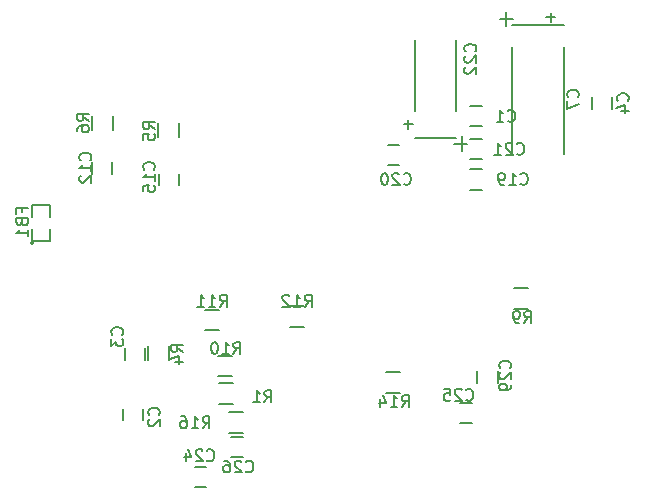
<source format=gbo>
%FSLAX46Y46*%
G04 Gerber Fmt 4.6, Leading zero omitted, Abs format (unit mm)*
G04 Created by KiCad (PCBNEW (2014-10-27 BZR 5228)-product) date 27/07/2015 07:41:13*
%MOMM*%
G01*
G04 APERTURE LIST*
%ADD10C,0.100000*%
%ADD11C,0.150000*%
G04 APERTURE END LIST*
D10*
D11*
X143750000Y-72000000D02*
X143750000Y-71000000D01*
X145450000Y-71000000D02*
X145450000Y-72000000D01*
X143900000Y-66850000D02*
X143900000Y-65850000D01*
X145600000Y-65850000D02*
X145600000Y-66850000D01*
X183450000Y-45650000D02*
X183450000Y-44650000D01*
X185150000Y-44650000D02*
X185150000Y-45650000D01*
X142850000Y-50100000D02*
X142850000Y-51100000D01*
X141150000Y-51100000D02*
X141150000Y-50100000D01*
X146750000Y-52100000D02*
X146750000Y-51100000D01*
X148450000Y-51100000D02*
X148450000Y-52100000D01*
X173100000Y-50750000D02*
X174100000Y-50750000D01*
X174100000Y-52450000D02*
X173100000Y-52450000D01*
X167150000Y-50400000D02*
X166150000Y-50400000D01*
X166150000Y-48700000D02*
X167150000Y-48700000D01*
X173100000Y-48150000D02*
X174100000Y-48150000D01*
X174100000Y-49850000D02*
X173100000Y-49850000D01*
X153900000Y-75100000D02*
X152900000Y-75100000D01*
X152900000Y-73400000D02*
X153900000Y-73400000D01*
X175450000Y-67800000D02*
X175450000Y-68800000D01*
X173750000Y-68800000D02*
X173750000Y-67800000D01*
X136165000Y-56951000D02*
G75*
G03X136165000Y-56951000I-127000J0D01*
G01*
X136038000Y-55808000D02*
X136038000Y-56824000D01*
X136038000Y-56824000D02*
X137562000Y-56824000D01*
X137562000Y-56824000D02*
X137562000Y-55808000D01*
X137562000Y-54792000D02*
X137562000Y-53776000D01*
X137562000Y-53776000D02*
X136038000Y-53776000D01*
X136038000Y-53776000D02*
X136038000Y-54792000D01*
X147625000Y-66900000D02*
X147625000Y-65700000D01*
X145875000Y-65700000D02*
X145875000Y-66900000D01*
X148475000Y-48000000D02*
X148475000Y-46800000D01*
X146725000Y-46800000D02*
X146725000Y-48000000D01*
X142875000Y-47400000D02*
X142875000Y-46200000D01*
X141125000Y-46200000D02*
X141125000Y-47400000D01*
X151800000Y-68275000D02*
X153000000Y-68275000D01*
X153000000Y-66525000D02*
X151800000Y-66525000D01*
X150700000Y-64375000D02*
X151900000Y-64375000D01*
X151900000Y-62625000D02*
X150700000Y-62625000D01*
X157900000Y-64075000D02*
X159100000Y-64075000D01*
X159100000Y-62325000D02*
X157900000Y-62325000D01*
X151850000Y-70575000D02*
X153050000Y-70575000D01*
X153050000Y-68825000D02*
X151850000Y-68825000D01*
X176700360Y-38496660D02*
X181099640Y-38496660D01*
X181099640Y-40399120D02*
X181099640Y-49400880D01*
X176700360Y-49400880D02*
X176700360Y-40399120D01*
X175697060Y-38042000D02*
X176796880Y-38042000D01*
X176197440Y-37442560D02*
X176197440Y-38641440D01*
X171899260Y-48050180D02*
X168500740Y-48050180D01*
X168500740Y-39800260D02*
X168500740Y-45799740D01*
X171899260Y-39800260D02*
X171899260Y-45799740D01*
X172902560Y-48553100D02*
X171802740Y-48553100D01*
X172402180Y-49152540D02*
X172402180Y-47953660D01*
X176850000Y-62575000D02*
X178050000Y-62575000D01*
X178050000Y-60825000D02*
X176850000Y-60825000D01*
X173100000Y-45400000D02*
X174100000Y-45400000D01*
X174100000Y-47100000D02*
X173100000Y-47100000D01*
X167200000Y-67925000D02*
X166000000Y-67925000D01*
X166000000Y-69675000D02*
X167200000Y-69675000D01*
X153900000Y-71325000D02*
X152700000Y-71325000D01*
X152700000Y-73075000D02*
X153900000Y-73075000D01*
X150800000Y-77650000D02*
X149800000Y-77650000D01*
X149800000Y-75950000D02*
X150800000Y-75950000D01*
X173275000Y-72200000D02*
X172275000Y-72200000D01*
X172275000Y-70500000D02*
X173275000Y-70500000D01*
X146757143Y-71533334D02*
X146804762Y-71485715D01*
X146852381Y-71342858D01*
X146852381Y-71247620D01*
X146804762Y-71104762D01*
X146709524Y-71009524D01*
X146614286Y-70961905D01*
X146423810Y-70914286D01*
X146280952Y-70914286D01*
X146090476Y-70961905D01*
X145995238Y-71009524D01*
X145900000Y-71104762D01*
X145852381Y-71247620D01*
X145852381Y-71342858D01*
X145900000Y-71485715D01*
X145947619Y-71533334D01*
X145947619Y-71914286D02*
X145900000Y-71961905D01*
X145852381Y-72057143D01*
X145852381Y-72295239D01*
X145900000Y-72390477D01*
X145947619Y-72438096D01*
X146042857Y-72485715D01*
X146138095Y-72485715D01*
X146280952Y-72438096D01*
X146852381Y-71866667D01*
X146852381Y-72485715D01*
X143657143Y-64733334D02*
X143704762Y-64685715D01*
X143752381Y-64542858D01*
X143752381Y-64447620D01*
X143704762Y-64304762D01*
X143609524Y-64209524D01*
X143514286Y-64161905D01*
X143323810Y-64114286D01*
X143180952Y-64114286D01*
X142990476Y-64161905D01*
X142895238Y-64209524D01*
X142800000Y-64304762D01*
X142752381Y-64447620D01*
X142752381Y-64542858D01*
X142800000Y-64685715D01*
X142847619Y-64733334D01*
X142752381Y-65066667D02*
X142752381Y-65685715D01*
X143133333Y-65352381D01*
X143133333Y-65495239D01*
X143180952Y-65590477D01*
X143228571Y-65638096D01*
X143323810Y-65685715D01*
X143561905Y-65685715D01*
X143657143Y-65638096D01*
X143704762Y-65590477D01*
X143752381Y-65495239D01*
X143752381Y-65209524D01*
X143704762Y-65114286D01*
X143657143Y-65066667D01*
X186457143Y-44933334D02*
X186504762Y-44885715D01*
X186552381Y-44742858D01*
X186552381Y-44647620D01*
X186504762Y-44504762D01*
X186409524Y-44409524D01*
X186314286Y-44361905D01*
X186123810Y-44314286D01*
X185980952Y-44314286D01*
X185790476Y-44361905D01*
X185695238Y-44409524D01*
X185600000Y-44504762D01*
X185552381Y-44647620D01*
X185552381Y-44742858D01*
X185600000Y-44885715D01*
X185647619Y-44933334D01*
X185885714Y-45790477D02*
X186552381Y-45790477D01*
X185504762Y-45552381D02*
X186219048Y-45314286D01*
X186219048Y-45933334D01*
X140957143Y-49957143D02*
X141004762Y-49909524D01*
X141052381Y-49766667D01*
X141052381Y-49671429D01*
X141004762Y-49528571D01*
X140909524Y-49433333D01*
X140814286Y-49385714D01*
X140623810Y-49338095D01*
X140480952Y-49338095D01*
X140290476Y-49385714D01*
X140195238Y-49433333D01*
X140100000Y-49528571D01*
X140052381Y-49671429D01*
X140052381Y-49766667D01*
X140100000Y-49909524D01*
X140147619Y-49957143D01*
X141052381Y-50909524D02*
X141052381Y-50338095D01*
X141052381Y-50623809D02*
X140052381Y-50623809D01*
X140195238Y-50528571D01*
X140290476Y-50433333D01*
X140338095Y-50338095D01*
X140147619Y-51290476D02*
X140100000Y-51338095D01*
X140052381Y-51433333D01*
X140052381Y-51671429D01*
X140100000Y-51766667D01*
X140147619Y-51814286D01*
X140242857Y-51861905D01*
X140338095Y-51861905D01*
X140480952Y-51814286D01*
X141052381Y-51242857D01*
X141052381Y-51861905D01*
X146357143Y-50757143D02*
X146404762Y-50709524D01*
X146452381Y-50566667D01*
X146452381Y-50471429D01*
X146404762Y-50328571D01*
X146309524Y-50233333D01*
X146214286Y-50185714D01*
X146023810Y-50138095D01*
X145880952Y-50138095D01*
X145690476Y-50185714D01*
X145595238Y-50233333D01*
X145500000Y-50328571D01*
X145452381Y-50471429D01*
X145452381Y-50566667D01*
X145500000Y-50709524D01*
X145547619Y-50757143D01*
X146452381Y-51709524D02*
X146452381Y-51138095D01*
X146452381Y-51423809D02*
X145452381Y-51423809D01*
X145595238Y-51328571D01*
X145690476Y-51233333D01*
X145738095Y-51138095D01*
X145452381Y-52614286D02*
X145452381Y-52138095D01*
X145928571Y-52090476D01*
X145880952Y-52138095D01*
X145833333Y-52233333D01*
X145833333Y-52471429D01*
X145880952Y-52566667D01*
X145928571Y-52614286D01*
X146023810Y-52661905D01*
X146261905Y-52661905D01*
X146357143Y-52614286D01*
X146404762Y-52566667D01*
X146452381Y-52471429D01*
X146452381Y-52233333D01*
X146404762Y-52138095D01*
X146357143Y-52090476D01*
X177392857Y-51957143D02*
X177440476Y-52004762D01*
X177583333Y-52052381D01*
X177678571Y-52052381D01*
X177821429Y-52004762D01*
X177916667Y-51909524D01*
X177964286Y-51814286D01*
X178011905Y-51623810D01*
X178011905Y-51480952D01*
X177964286Y-51290476D01*
X177916667Y-51195238D01*
X177821429Y-51100000D01*
X177678571Y-51052381D01*
X177583333Y-51052381D01*
X177440476Y-51100000D01*
X177392857Y-51147619D01*
X176440476Y-52052381D02*
X177011905Y-52052381D01*
X176726191Y-52052381D02*
X176726191Y-51052381D01*
X176821429Y-51195238D01*
X176916667Y-51290476D01*
X177011905Y-51338095D01*
X175964286Y-52052381D02*
X175773810Y-52052381D01*
X175678571Y-52004762D01*
X175630952Y-51957143D01*
X175535714Y-51814286D01*
X175488095Y-51623810D01*
X175488095Y-51242857D01*
X175535714Y-51147619D01*
X175583333Y-51100000D01*
X175678571Y-51052381D01*
X175869048Y-51052381D01*
X175964286Y-51100000D01*
X176011905Y-51147619D01*
X176059524Y-51242857D01*
X176059524Y-51480952D01*
X176011905Y-51576190D01*
X175964286Y-51623810D01*
X175869048Y-51671429D01*
X175678571Y-51671429D01*
X175583333Y-51623810D01*
X175535714Y-51576190D01*
X175488095Y-51480952D01*
X167492857Y-51957143D02*
X167540476Y-52004762D01*
X167683333Y-52052381D01*
X167778571Y-52052381D01*
X167921429Y-52004762D01*
X168016667Y-51909524D01*
X168064286Y-51814286D01*
X168111905Y-51623810D01*
X168111905Y-51480952D01*
X168064286Y-51290476D01*
X168016667Y-51195238D01*
X167921429Y-51100000D01*
X167778571Y-51052381D01*
X167683333Y-51052381D01*
X167540476Y-51100000D01*
X167492857Y-51147619D01*
X167111905Y-51147619D02*
X167064286Y-51100000D01*
X166969048Y-51052381D01*
X166730952Y-51052381D01*
X166635714Y-51100000D01*
X166588095Y-51147619D01*
X166540476Y-51242857D01*
X166540476Y-51338095D01*
X166588095Y-51480952D01*
X167159524Y-52052381D01*
X166540476Y-52052381D01*
X165921429Y-51052381D02*
X165826190Y-51052381D01*
X165730952Y-51100000D01*
X165683333Y-51147619D01*
X165635714Y-51242857D01*
X165588095Y-51433333D01*
X165588095Y-51671429D01*
X165635714Y-51861905D01*
X165683333Y-51957143D01*
X165730952Y-52004762D01*
X165826190Y-52052381D01*
X165921429Y-52052381D01*
X166016667Y-52004762D01*
X166064286Y-51957143D01*
X166111905Y-51861905D01*
X166159524Y-51671429D01*
X166159524Y-51433333D01*
X166111905Y-51242857D01*
X166064286Y-51147619D01*
X166016667Y-51100000D01*
X165921429Y-51052381D01*
X177092857Y-49407143D02*
X177140476Y-49454762D01*
X177283333Y-49502381D01*
X177378571Y-49502381D01*
X177521429Y-49454762D01*
X177616667Y-49359524D01*
X177664286Y-49264286D01*
X177711905Y-49073810D01*
X177711905Y-48930952D01*
X177664286Y-48740476D01*
X177616667Y-48645238D01*
X177521429Y-48550000D01*
X177378571Y-48502381D01*
X177283333Y-48502381D01*
X177140476Y-48550000D01*
X177092857Y-48597619D01*
X176711905Y-48597619D02*
X176664286Y-48550000D01*
X176569048Y-48502381D01*
X176330952Y-48502381D01*
X176235714Y-48550000D01*
X176188095Y-48597619D01*
X176140476Y-48692857D01*
X176140476Y-48788095D01*
X176188095Y-48930952D01*
X176759524Y-49502381D01*
X176140476Y-49502381D01*
X175188095Y-49502381D02*
X175759524Y-49502381D01*
X175473810Y-49502381D02*
X175473810Y-48502381D01*
X175569048Y-48645238D01*
X175664286Y-48740476D01*
X175759524Y-48788095D01*
X154142857Y-76307143D02*
X154190476Y-76354762D01*
X154333333Y-76402381D01*
X154428571Y-76402381D01*
X154571429Y-76354762D01*
X154666667Y-76259524D01*
X154714286Y-76164286D01*
X154761905Y-75973810D01*
X154761905Y-75830952D01*
X154714286Y-75640476D01*
X154666667Y-75545238D01*
X154571429Y-75450000D01*
X154428571Y-75402381D01*
X154333333Y-75402381D01*
X154190476Y-75450000D01*
X154142857Y-75497619D01*
X153761905Y-75497619D02*
X153714286Y-75450000D01*
X153619048Y-75402381D01*
X153380952Y-75402381D01*
X153285714Y-75450000D01*
X153238095Y-75497619D01*
X153190476Y-75592857D01*
X153190476Y-75688095D01*
X153238095Y-75830952D01*
X153809524Y-76402381D01*
X153190476Y-76402381D01*
X152333333Y-75402381D02*
X152523810Y-75402381D01*
X152619048Y-75450000D01*
X152666667Y-75497619D01*
X152761905Y-75640476D01*
X152809524Y-75830952D01*
X152809524Y-76211905D01*
X152761905Y-76307143D01*
X152714286Y-76354762D01*
X152619048Y-76402381D01*
X152428571Y-76402381D01*
X152333333Y-76354762D01*
X152285714Y-76307143D01*
X152238095Y-76211905D01*
X152238095Y-75973810D01*
X152285714Y-75878571D01*
X152333333Y-75830952D01*
X152428571Y-75783333D01*
X152619048Y-75783333D01*
X152714286Y-75830952D01*
X152761905Y-75878571D01*
X152809524Y-75973810D01*
X176507143Y-67557143D02*
X176554762Y-67509524D01*
X176602381Y-67366667D01*
X176602381Y-67271429D01*
X176554762Y-67128571D01*
X176459524Y-67033333D01*
X176364286Y-66985714D01*
X176173810Y-66938095D01*
X176030952Y-66938095D01*
X175840476Y-66985714D01*
X175745238Y-67033333D01*
X175650000Y-67128571D01*
X175602381Y-67271429D01*
X175602381Y-67366667D01*
X175650000Y-67509524D01*
X175697619Y-67557143D01*
X175697619Y-67938095D02*
X175650000Y-67985714D01*
X175602381Y-68080952D01*
X175602381Y-68319048D01*
X175650000Y-68414286D01*
X175697619Y-68461905D01*
X175792857Y-68509524D01*
X175888095Y-68509524D01*
X176030952Y-68461905D01*
X176602381Y-67890476D01*
X176602381Y-68509524D01*
X176602381Y-68985714D02*
X176602381Y-69176190D01*
X176554762Y-69271429D01*
X176507143Y-69319048D01*
X176364286Y-69414286D01*
X176173810Y-69461905D01*
X175792857Y-69461905D01*
X175697619Y-69414286D01*
X175650000Y-69366667D01*
X175602381Y-69271429D01*
X175602381Y-69080952D01*
X175650000Y-68985714D01*
X175697619Y-68938095D01*
X175792857Y-68890476D01*
X176030952Y-68890476D01*
X176126190Y-68938095D01*
X176173810Y-68985714D01*
X176221429Y-69080952D01*
X176221429Y-69271429D01*
X176173810Y-69366667D01*
X176126190Y-69414286D01*
X176030952Y-69461905D01*
X135178571Y-54366667D02*
X135178571Y-54033333D01*
X135702381Y-54033333D02*
X134702381Y-54033333D01*
X134702381Y-54509524D01*
X135178571Y-55223810D02*
X135226190Y-55366667D01*
X135273810Y-55414286D01*
X135369048Y-55461905D01*
X135511905Y-55461905D01*
X135607143Y-55414286D01*
X135654762Y-55366667D01*
X135702381Y-55271429D01*
X135702381Y-54890476D01*
X134702381Y-54890476D01*
X134702381Y-55223810D01*
X134750000Y-55319048D01*
X134797619Y-55366667D01*
X134892857Y-55414286D01*
X134988095Y-55414286D01*
X135083333Y-55366667D01*
X135130952Y-55319048D01*
X135178571Y-55223810D01*
X135178571Y-54890476D01*
X135702381Y-56414286D02*
X135702381Y-55842857D01*
X135702381Y-56128571D02*
X134702381Y-56128571D01*
X134845238Y-56033333D01*
X134940476Y-55938095D01*
X134988095Y-55842857D01*
X148802381Y-66183334D02*
X148326190Y-65850000D01*
X148802381Y-65611905D02*
X147802381Y-65611905D01*
X147802381Y-65992858D01*
X147850000Y-66088096D01*
X147897619Y-66135715D01*
X147992857Y-66183334D01*
X148135714Y-66183334D01*
X148230952Y-66135715D01*
X148278571Y-66088096D01*
X148326190Y-65992858D01*
X148326190Y-65611905D01*
X148135714Y-67040477D02*
X148802381Y-67040477D01*
X147754762Y-66802381D02*
X148469048Y-66564286D01*
X148469048Y-67183334D01*
X146452381Y-47333334D02*
X145976190Y-47000000D01*
X146452381Y-46761905D02*
X145452381Y-46761905D01*
X145452381Y-47142858D01*
X145500000Y-47238096D01*
X145547619Y-47285715D01*
X145642857Y-47333334D01*
X145785714Y-47333334D01*
X145880952Y-47285715D01*
X145928571Y-47238096D01*
X145976190Y-47142858D01*
X145976190Y-46761905D01*
X145452381Y-48238096D02*
X145452381Y-47761905D01*
X145928571Y-47714286D01*
X145880952Y-47761905D01*
X145833333Y-47857143D01*
X145833333Y-48095239D01*
X145880952Y-48190477D01*
X145928571Y-48238096D01*
X146023810Y-48285715D01*
X146261905Y-48285715D01*
X146357143Y-48238096D01*
X146404762Y-48190477D01*
X146452381Y-48095239D01*
X146452381Y-47857143D01*
X146404762Y-47761905D01*
X146357143Y-47714286D01*
X140852381Y-46633334D02*
X140376190Y-46300000D01*
X140852381Y-46061905D02*
X139852381Y-46061905D01*
X139852381Y-46442858D01*
X139900000Y-46538096D01*
X139947619Y-46585715D01*
X140042857Y-46633334D01*
X140185714Y-46633334D01*
X140280952Y-46585715D01*
X140328571Y-46538096D01*
X140376190Y-46442858D01*
X140376190Y-46061905D01*
X139852381Y-47490477D02*
X139852381Y-47300000D01*
X139900000Y-47204762D01*
X139947619Y-47157143D01*
X140090476Y-47061905D01*
X140280952Y-47014286D01*
X140661905Y-47014286D01*
X140757143Y-47061905D01*
X140804762Y-47109524D01*
X140852381Y-47204762D01*
X140852381Y-47395239D01*
X140804762Y-47490477D01*
X140757143Y-47538096D01*
X140661905Y-47585715D01*
X140423810Y-47585715D01*
X140328571Y-47538096D01*
X140280952Y-47490477D01*
X140233333Y-47395239D01*
X140233333Y-47204762D01*
X140280952Y-47109524D01*
X140328571Y-47061905D01*
X140423810Y-47014286D01*
X153092857Y-66352381D02*
X153426191Y-65876190D01*
X153664286Y-66352381D02*
X153664286Y-65352381D01*
X153283333Y-65352381D01*
X153188095Y-65400000D01*
X153140476Y-65447619D01*
X153092857Y-65542857D01*
X153092857Y-65685714D01*
X153140476Y-65780952D01*
X153188095Y-65828571D01*
X153283333Y-65876190D01*
X153664286Y-65876190D01*
X152140476Y-66352381D02*
X152711905Y-66352381D01*
X152426191Y-66352381D02*
X152426191Y-65352381D01*
X152521429Y-65495238D01*
X152616667Y-65590476D01*
X152711905Y-65638095D01*
X151521429Y-65352381D02*
X151426190Y-65352381D01*
X151330952Y-65400000D01*
X151283333Y-65447619D01*
X151235714Y-65542857D01*
X151188095Y-65733333D01*
X151188095Y-65971429D01*
X151235714Y-66161905D01*
X151283333Y-66257143D01*
X151330952Y-66304762D01*
X151426190Y-66352381D01*
X151521429Y-66352381D01*
X151616667Y-66304762D01*
X151664286Y-66257143D01*
X151711905Y-66161905D01*
X151759524Y-65971429D01*
X151759524Y-65733333D01*
X151711905Y-65542857D01*
X151664286Y-65447619D01*
X151616667Y-65400000D01*
X151521429Y-65352381D01*
X151942857Y-62352381D02*
X152276191Y-61876190D01*
X152514286Y-62352381D02*
X152514286Y-61352381D01*
X152133333Y-61352381D01*
X152038095Y-61400000D01*
X151990476Y-61447619D01*
X151942857Y-61542857D01*
X151942857Y-61685714D01*
X151990476Y-61780952D01*
X152038095Y-61828571D01*
X152133333Y-61876190D01*
X152514286Y-61876190D01*
X150990476Y-62352381D02*
X151561905Y-62352381D01*
X151276191Y-62352381D02*
X151276191Y-61352381D01*
X151371429Y-61495238D01*
X151466667Y-61590476D01*
X151561905Y-61638095D01*
X150038095Y-62352381D02*
X150609524Y-62352381D01*
X150323810Y-62352381D02*
X150323810Y-61352381D01*
X150419048Y-61495238D01*
X150514286Y-61590476D01*
X150609524Y-61638095D01*
X159142857Y-62352381D02*
X159476191Y-61876190D01*
X159714286Y-62352381D02*
X159714286Y-61352381D01*
X159333333Y-61352381D01*
X159238095Y-61400000D01*
X159190476Y-61447619D01*
X159142857Y-61542857D01*
X159142857Y-61685714D01*
X159190476Y-61780952D01*
X159238095Y-61828571D01*
X159333333Y-61876190D01*
X159714286Y-61876190D01*
X158190476Y-62352381D02*
X158761905Y-62352381D01*
X158476191Y-62352381D02*
X158476191Y-61352381D01*
X158571429Y-61495238D01*
X158666667Y-61590476D01*
X158761905Y-61638095D01*
X157809524Y-61447619D02*
X157761905Y-61400000D01*
X157666667Y-61352381D01*
X157428571Y-61352381D01*
X157333333Y-61400000D01*
X157285714Y-61447619D01*
X157238095Y-61542857D01*
X157238095Y-61638095D01*
X157285714Y-61780952D01*
X157857143Y-62352381D01*
X157238095Y-62352381D01*
X155716666Y-70452381D02*
X156050000Y-69976190D01*
X156288095Y-70452381D02*
X156288095Y-69452381D01*
X155907142Y-69452381D01*
X155811904Y-69500000D01*
X155764285Y-69547619D01*
X155716666Y-69642857D01*
X155716666Y-69785714D01*
X155764285Y-69880952D01*
X155811904Y-69928571D01*
X155907142Y-69976190D01*
X156288095Y-69976190D01*
X154764285Y-70452381D02*
X155335714Y-70452381D01*
X155050000Y-70452381D02*
X155050000Y-69452381D01*
X155145238Y-69595238D01*
X155240476Y-69690476D01*
X155335714Y-69738095D01*
X182257143Y-44633334D02*
X182304762Y-44585715D01*
X182352381Y-44442858D01*
X182352381Y-44347620D01*
X182304762Y-44204762D01*
X182209524Y-44109524D01*
X182114286Y-44061905D01*
X181923810Y-44014286D01*
X181780952Y-44014286D01*
X181590476Y-44061905D01*
X181495238Y-44109524D01*
X181400000Y-44204762D01*
X181352381Y-44347620D01*
X181352381Y-44442858D01*
X181400000Y-44585715D01*
X181447619Y-44633334D01*
X181352381Y-44966667D02*
X181352381Y-45633334D01*
X182352381Y-45204762D01*
X179971429Y-37469048D02*
X179971429Y-38230953D01*
X180352381Y-37850001D02*
X179590476Y-37850001D01*
X173557143Y-40757143D02*
X173604762Y-40709524D01*
X173652381Y-40566667D01*
X173652381Y-40471429D01*
X173604762Y-40328571D01*
X173509524Y-40233333D01*
X173414286Y-40185714D01*
X173223810Y-40138095D01*
X173080952Y-40138095D01*
X172890476Y-40185714D01*
X172795238Y-40233333D01*
X172700000Y-40328571D01*
X172652381Y-40471429D01*
X172652381Y-40566667D01*
X172700000Y-40709524D01*
X172747619Y-40757143D01*
X172747619Y-41138095D02*
X172700000Y-41185714D01*
X172652381Y-41280952D01*
X172652381Y-41519048D01*
X172700000Y-41614286D01*
X172747619Y-41661905D01*
X172842857Y-41709524D01*
X172938095Y-41709524D01*
X173080952Y-41661905D01*
X173652381Y-41090476D01*
X173652381Y-41709524D01*
X172747619Y-42090476D02*
X172700000Y-42138095D01*
X172652381Y-42233333D01*
X172652381Y-42471429D01*
X172700000Y-42566667D01*
X172747619Y-42614286D01*
X172842857Y-42661905D01*
X172938095Y-42661905D01*
X173080952Y-42614286D01*
X173652381Y-42042857D01*
X173652381Y-42661905D01*
X167871429Y-46519048D02*
X167871429Y-47280953D01*
X168252381Y-46900001D02*
X167490476Y-46900001D01*
X177716666Y-63752381D02*
X178050000Y-63276190D01*
X178288095Y-63752381D02*
X178288095Y-62752381D01*
X177907142Y-62752381D01*
X177811904Y-62800000D01*
X177764285Y-62847619D01*
X177716666Y-62942857D01*
X177716666Y-63085714D01*
X177764285Y-63180952D01*
X177811904Y-63228571D01*
X177907142Y-63276190D01*
X178288095Y-63276190D01*
X177240476Y-63752381D02*
X177050000Y-63752381D01*
X176954761Y-63704762D01*
X176907142Y-63657143D01*
X176811904Y-63514286D01*
X176764285Y-63323810D01*
X176764285Y-62942857D01*
X176811904Y-62847619D01*
X176859523Y-62800000D01*
X176954761Y-62752381D01*
X177145238Y-62752381D01*
X177240476Y-62800000D01*
X177288095Y-62847619D01*
X177335714Y-62942857D01*
X177335714Y-63180952D01*
X177288095Y-63276190D01*
X177240476Y-63323810D01*
X177145238Y-63371429D01*
X176954761Y-63371429D01*
X176859523Y-63323810D01*
X176811904Y-63276190D01*
X176764285Y-63180952D01*
X176316666Y-46607143D02*
X176364285Y-46654762D01*
X176507142Y-46702381D01*
X176602380Y-46702381D01*
X176745238Y-46654762D01*
X176840476Y-46559524D01*
X176888095Y-46464286D01*
X176935714Y-46273810D01*
X176935714Y-46130952D01*
X176888095Y-45940476D01*
X176840476Y-45845238D01*
X176745238Y-45750000D01*
X176602380Y-45702381D01*
X176507142Y-45702381D01*
X176364285Y-45750000D01*
X176316666Y-45797619D01*
X175364285Y-46702381D02*
X175935714Y-46702381D01*
X175650000Y-46702381D02*
X175650000Y-45702381D01*
X175745238Y-45845238D01*
X175840476Y-45940476D01*
X175935714Y-45988095D01*
X167342857Y-70852381D02*
X167676191Y-70376190D01*
X167914286Y-70852381D02*
X167914286Y-69852381D01*
X167533333Y-69852381D01*
X167438095Y-69900000D01*
X167390476Y-69947619D01*
X167342857Y-70042857D01*
X167342857Y-70185714D01*
X167390476Y-70280952D01*
X167438095Y-70328571D01*
X167533333Y-70376190D01*
X167914286Y-70376190D01*
X166390476Y-70852381D02*
X166961905Y-70852381D01*
X166676191Y-70852381D02*
X166676191Y-69852381D01*
X166771429Y-69995238D01*
X166866667Y-70090476D01*
X166961905Y-70138095D01*
X165533333Y-70185714D02*
X165533333Y-70852381D01*
X165771429Y-69804762D02*
X166009524Y-70519048D01*
X165390476Y-70519048D01*
X150492857Y-72652381D02*
X150826191Y-72176190D01*
X151064286Y-72652381D02*
X151064286Y-71652381D01*
X150683333Y-71652381D01*
X150588095Y-71700000D01*
X150540476Y-71747619D01*
X150492857Y-71842857D01*
X150492857Y-71985714D01*
X150540476Y-72080952D01*
X150588095Y-72128571D01*
X150683333Y-72176190D01*
X151064286Y-72176190D01*
X149540476Y-72652381D02*
X150111905Y-72652381D01*
X149826191Y-72652381D02*
X149826191Y-71652381D01*
X149921429Y-71795238D01*
X150016667Y-71890476D01*
X150111905Y-71938095D01*
X148683333Y-71652381D02*
X148873810Y-71652381D01*
X148969048Y-71700000D01*
X149016667Y-71747619D01*
X149111905Y-71890476D01*
X149159524Y-72080952D01*
X149159524Y-72461905D01*
X149111905Y-72557143D01*
X149064286Y-72604762D01*
X148969048Y-72652381D01*
X148778571Y-72652381D01*
X148683333Y-72604762D01*
X148635714Y-72557143D01*
X148588095Y-72461905D01*
X148588095Y-72223810D01*
X148635714Y-72128571D01*
X148683333Y-72080952D01*
X148778571Y-72033333D01*
X148969048Y-72033333D01*
X149064286Y-72080952D01*
X149111905Y-72128571D01*
X149159524Y-72223810D01*
X150842857Y-75357143D02*
X150890476Y-75404762D01*
X151033333Y-75452381D01*
X151128571Y-75452381D01*
X151271429Y-75404762D01*
X151366667Y-75309524D01*
X151414286Y-75214286D01*
X151461905Y-75023810D01*
X151461905Y-74880952D01*
X151414286Y-74690476D01*
X151366667Y-74595238D01*
X151271429Y-74500000D01*
X151128571Y-74452381D01*
X151033333Y-74452381D01*
X150890476Y-74500000D01*
X150842857Y-74547619D01*
X150461905Y-74547619D02*
X150414286Y-74500000D01*
X150319048Y-74452381D01*
X150080952Y-74452381D01*
X149985714Y-74500000D01*
X149938095Y-74547619D01*
X149890476Y-74642857D01*
X149890476Y-74738095D01*
X149938095Y-74880952D01*
X150509524Y-75452381D01*
X149890476Y-75452381D01*
X149033333Y-74785714D02*
X149033333Y-75452381D01*
X149271429Y-74404762D02*
X149509524Y-75119048D01*
X148890476Y-75119048D01*
X172792857Y-70232143D02*
X172840476Y-70279762D01*
X172983333Y-70327381D01*
X173078571Y-70327381D01*
X173221429Y-70279762D01*
X173316667Y-70184524D01*
X173364286Y-70089286D01*
X173411905Y-69898810D01*
X173411905Y-69755952D01*
X173364286Y-69565476D01*
X173316667Y-69470238D01*
X173221429Y-69375000D01*
X173078571Y-69327381D01*
X172983333Y-69327381D01*
X172840476Y-69375000D01*
X172792857Y-69422619D01*
X172411905Y-69422619D02*
X172364286Y-69375000D01*
X172269048Y-69327381D01*
X172030952Y-69327381D01*
X171935714Y-69375000D01*
X171888095Y-69422619D01*
X171840476Y-69517857D01*
X171840476Y-69613095D01*
X171888095Y-69755952D01*
X172459524Y-70327381D01*
X171840476Y-70327381D01*
X170935714Y-69327381D02*
X171411905Y-69327381D01*
X171459524Y-69803571D01*
X171411905Y-69755952D01*
X171316667Y-69708333D01*
X171078571Y-69708333D01*
X170983333Y-69755952D01*
X170935714Y-69803571D01*
X170888095Y-69898810D01*
X170888095Y-70136905D01*
X170935714Y-70232143D01*
X170983333Y-70279762D01*
X171078571Y-70327381D01*
X171316667Y-70327381D01*
X171411905Y-70279762D01*
X171459524Y-70232143D01*
M02*

</source>
